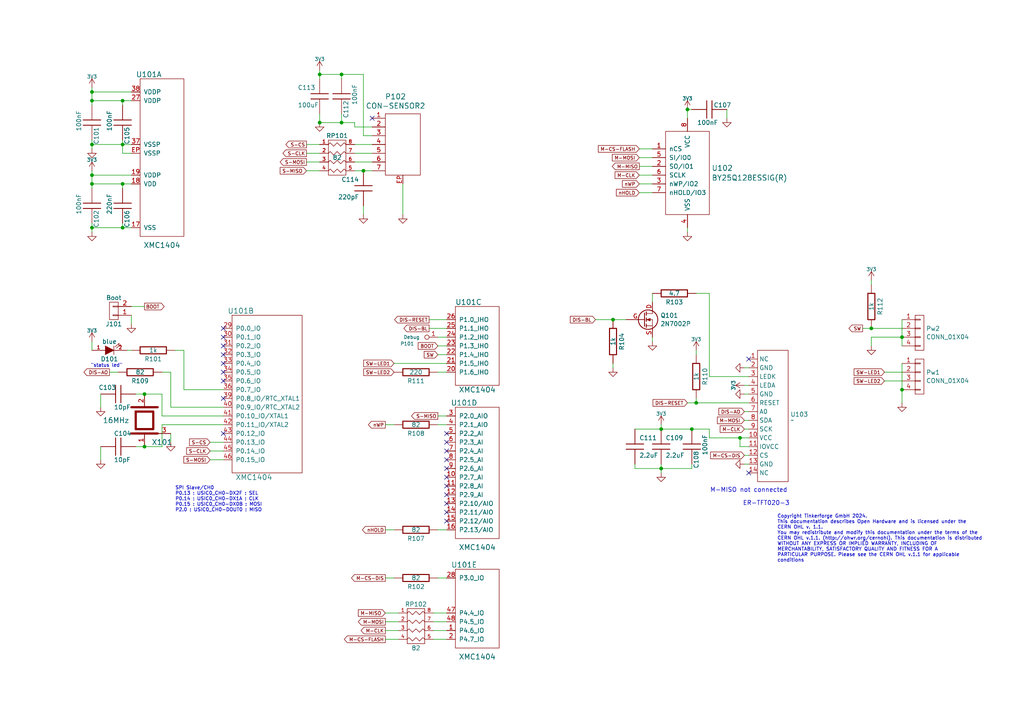
<source format=kicad_sch>
(kicad_sch (version 20231120) (generator "eeschema") (generator_version "8.0")
  (paper "A4")
  (title_block (title "WARP Front Panel") (date "2024-07-02") (rev "1.1") (company "Tinkerforge GmbH") (comment 1 "Licensed under CERN OHL v.1.1") (comment 2 "Copyright (©) 2024, B.Nordmeyer <bastian@tinkerforge.com>"))
  (lib_symbols
    (symbol "tf:CONN_01X04" (pin_names (offset 1.016) hide)
      (property "Reference" "P" (at 0 6.35 0))
      (property "Value" "CONN_01X04" (at 2.54 0 90))
      (symbol "CONN_01X04_0_1"
        (rectangle (start -1.27 -3.683) (end 0.254 -3.937))
        (rectangle (start -1.27 -1.143) (end 0.254 -1.397))
        (rectangle (start -1.27 1.397) (end 0.254 1.143))
        (rectangle (start -1.27 3.937) (end 0.254 3.683))
        (rectangle (start -1.27 5.08) (end 1.27 -5.08))
      )
      (symbol "CONN_01X04_1_1"
        (pin passive line (at -5.08 3.81 0) (length 3.81) (name "P1") (number "1"))
        (pin passive line (at -5.08 1.27 0) (length 3.81) (name "P2") (number "2"))
        (pin passive line (at -5.08 -1.27 0) (length 3.81) (name "P3") (number "3"))
        (pin passive line (at -5.08 -3.81 0) (length 3.81) (name "P4") (number "4"))
      )
    )
    (symbol "tinkerforge:3V3" (power) (pin_names (offset 0))
      (property "Value" "3V3" (at 0 3.556 0))
      (symbol "3V3_0_1"
        (polyline (pts (xy -0.762 1.27) (xy 0 2.54)))
        (polyline (pts (xy 0 0) (xy 0 2.54)))
        (polyline (pts (xy 0 2.54) (xy 0.762 1.27)))
      )
      (symbol "3V3_1_1"
        (pin power_in line (at 0 0 90) (length 0) hide (name "3V3") (number "1"))
      )
    )
    (symbol "tinkerforge:C" (pin_numbers hide) (pin_names (offset 0.254))
      (property "Reference" "C" (at 1.27 2.54 0))
      (property "Value" "C" (at 1.27 -2.54 0))
      (symbol "C_0_1"
        (polyline (pts (xy -2.54 -0.762) (xy 2.54 -0.762)) (stroke (width 0.254)))
        (polyline (pts (xy -2.54 0.762) (xy 2.54 0.762)) (stroke (width 0.254)))
      )
      (symbol "C_1_1"
        (pin passive line (at 0 5.08 270) (length 4.318) (name "~") (number "1"))
        (pin passive line (at 0 -5.08 90) (length 4.318) (name "~") (number "2"))
      )
    )
    (symbol "tinkerforge:CON-SENSOR2" (pin_names (offset 1.016))
      (property "Reference" "P" (at -3.81 10.16 0))
      (property "Value" "CON-SENSOR2" (at 3.81 0 90))
      (symbol "CON-SENSOR2_0_1"
        (rectangle (start -5.08 8.89) (end 5.08 -8.89))
      )
      (symbol "CON-SENSOR2_1_1"
        (pin passive line (at -8.89 7.62 0) (length 3.81) (name "~") (number "1"))
        (pin passive line (at -8.89 5.08 0) (length 3.81) (name "~") (number "2"))
        (pin passive line (at -8.89 2.54 0) (length 3.81) (name "~") (number "3"))
        (pin passive line (at -8.89 0 0) (length 3.81) (name "~") (number "4"))
        (pin passive line (at -8.89 -2.54 0) (length 3.81) (name "~") (number "5"))
        (pin passive line (at -8.89 -5.08 0) (length 3.81) (name "~") (number "6"))
        (pin passive line (at -8.89 -7.62 0) (length 3.81) (name "~") (number "7"))
        (pin passive line (at 0 -11.43 90) (length 2.54) (name "~") (number "EP"))
      )
    )
    (symbol "tinkerforge:CONN_01X02" (pin_names (offset 1.016) hide)
      (property "Reference" "P" (at 0 3.81 0))
      (property "Value" "CONN_01X02" (at 2.54 0 90))
      (symbol "CONN_01X02_0_1"
        (rectangle (start -1.27 -1.143) (end 0.254 -1.397))
        (rectangle (start -1.27 1.397) (end 0.254 1.143))
        (rectangle (start -1.27 2.54) (end 1.27 -2.54))
      )
      (symbol "CONN_01X02_1_1"
        (pin passive line (at -5.08 1.27 0) (length 3.81) (name "P1") (number "1"))
        (pin passive line (at -5.08 -1.27 0) (length 3.81) (name "P2") (number "2"))
      )
    )
    (symbol "tinkerforge:CONN_1" (pin_names (offset 1.016))
      (property "Reference" "P211" (at -0.3523 1.27 90))
      (property "Value" "TST_5VP" (at 1.6222 1.27 90))
      (symbol "CONN_1_0_1"
        (circle (center 0.635 0) (radius 0.635))
      )
      (symbol "CONN_1_1_1"
        (pin input line (at -2.54 0 0) (length 2.54) (name "~") (number "1"))
      )
    )
    (symbol "tinkerforge:CRYSTAL_3225" (pin_names (offset 1.016))
      (property "Reference" "X" (at -5.08 6.35 0))
      (property "Value" "CRYSTAL_3225" (at 6.35 -6.35 0))
      (symbol "CRYSTAL_3225_0_1"
        (rectangle (start -2.54 2.54) (end 2.54 -2.54) (stroke (width 0.635)))
      )
      (symbol "CRYSTAL_3225_1_1"
        (polyline (pts (xy -3.81 3.81) (xy -3.81 -3.81) (xy -3.81 -3.81)) (stroke (width 0.635)))
        (polyline (pts (xy 3.81 3.81) (xy 3.81 -3.81) (xy 3.81 -3.81)) (stroke (width 0.635)))
        (pin passive line (at -7.62 0 0) (length 3.81) (name "~") (number "1"))
        (pin passive line (at 7.62 0 180) (length 3.81) (name "~") (number "2"))
        (pin passive line (at -3.81 -7.62 90) (length 3.81) (name "~") (number "3"))
      )
    )
    (symbol "tinkerforge:ER-TFT020"
      (property "Reference" "U" (at -9.906 20.828 0))
      (symbol "ER-TFT020_0_1"
        (rectangle (start -11.43 19.05) (end -2.54 -19.05))
      )
      (symbol "ER-TFT020_1_1"
        (pin passive line (at 0 16.51 180) (length 2.54) (name "NC") (number "1"))
        (pin passive line (at 0 -6.35 180) (length 2.54) (name "VCC") (number "10"))
        (pin passive line (at 0 -8.89 180) (length 2.54) (name "IOVCC") (number "11"))
        (pin passive line (at 0 -11.43 180) (length 2.54) (name "CS") (number "12"))
        (pin passive line (at 0 -13.97 180) (length 2.54) (name "GND") (number "13"))
        (pin passive line (at 0 -16.51 180) (length 2.54) (name "NC") (number "14"))
        (pin passive line (at 0 13.97 180) (length 2.54) (name "GND") (number "2"))
        (pin passive line (at 0 11.43 180) (length 2.54) (name "LEDK") (number "3"))
        (pin passive line (at 0 8.89 180) (length 2.54) (name "LEDA") (number "4"))
        (pin passive line (at 0 6.35 180) (length 2.54) (name "GND") (number "5"))
        (pin passive line (at 0 3.81 180) (length 2.54) (name "RESET") (number "6"))
        (pin passive line (at 0 1.27 180) (length 2.54) (name "A0") (number "7"))
        (pin passive line (at 0 -1.27 180) (length 2.54) (name "SDA") (number "8"))
        (pin passive line (at 0 -3.81 180) (length 2.54) (name "SCK") (number "9"))
      )
    )
    (symbol "tinkerforge:GND" (power) (pin_names (offset 0))
      (property "Value" "GND" (at 0 -5.08 0))
      (symbol "GND_0_1"
        (polyline (pts (xy 0 0) (xy 0 -1.27) (xy 1.27 -1.27) (xy 0 -2.54) (xy -1.27 -1.27) (xy 0 -1.27)))
      )
      (symbol "GND_1_1"
        (pin power_in line (at 0 0 270) (length 0) hide (name "GND") (number "1"))
      )
    )
    (symbol "tinkerforge:LED" (pin_names (offset 1.016) hide)
      (property "Reference" "D" (at 0 2.54 0))
      (property "Value" "LED" (at 0 -2.54 0))
      (symbol "LED_0_1"
        (polyline (pts (xy 1.27 1.27) (xy 1.27 -1.27)))
        (polyline (pts (xy -1.27 1.27) (xy 1.27 0) (xy -1.27 -1.27)) (fill (type outline)))
        (polyline (pts (xy 1.651 -1.016) (xy 2.794 -2.032) (xy 2.667 -1.397)))
        (polyline (pts (xy 2.032 -0.635) (xy 3.175 -1.651) (xy 3.048 -1.016)))
      )
      (symbol "LED_1_1"
        (pin passive line (at -5.08 0 0) (length 3.81) (name "A") (number "1"))
        (pin passive line (at 5.08 0 180) (length 3.81) (name "K") (number "2"))
      )
    )
    (symbol "tinkerforge:MOSFET_N_CH" (pin_names (offset 0) hide)
      (property "Reference" "Q" (at 7.62 1.27 0))
      (property "Value" "MOSFET_N_CH" (at 17.78 -1.27 0))
      (symbol "MOSFET_N_CH_0_1"
        (polyline (pts (xy 0.762 -1.778) (xy 2.54 -1.778)))
        (polyline (pts (xy 0.762 -1.27) (xy 0.762 -2.286)) (stroke (width 0.254)))
        (polyline (pts (xy 0.762 0) (xy 2.54 0)))
        (polyline (pts (xy 0.762 0.508) (xy 0.762 -0.508)) (stroke (width 0.254)))
        (polyline (pts (xy 0.762 1.778) (xy 2.54 1.778)))
        (polyline (pts (xy 0.762 2.286) (xy 0.762 1.27)) (stroke (width 0.254)))
        (polyline (pts (xy 2.54 -1.778) (xy 2.54 -2.54)))
        (polyline (pts (xy 2.54 -1.778) (xy 2.54 0)))
        (polyline (pts (xy 2.54 2.54) (xy 2.54 1.778)))
        (polyline (pts (xy 0.254 1.905) (xy 0.254 -1.905) (xy 0.254 -1.905)) (stroke (width 0.254)))
        (polyline (pts (xy 0.889 0) (xy 1.905 0.381) (xy 1.905 -0.381) (xy 0.889 0)) (fill (type outline)))
        (circle (center 1.27 0) (radius 2.8194) (stroke (width 0.254)))
      )
      (symbol "MOSFET_N_CH_1_1"
        (pin passive line (at 2.54 5.08 270) (length 2.54) (name "D") (number "D"))
        (pin input line (at -5.08 0 0) (length 5.334) (name "G") (number "G"))
        (pin passive line (at 2.54 -5.08 90) (length 2.54) (name "S") (number "S"))
      )
    )
    (symbol "tinkerforge:R" (pin_numbers hide) (pin_names (offset 0))
      (property "Reference" "R" (at 2.032 0 90))
      (property "Value" "R" (at 0 0 90))
      (symbol "R_0_1"
        (rectangle (start -1.016 3.81) (end 1.016 -3.81) (stroke (width 0.3048)))
      )
      (symbol "R_1_1"
        (pin passive line (at 0 6.35 270) (length 2.54) (name "~") (number "1"))
        (pin passive line (at 0 -6.35 90) (length 2.54) (name "~") (number "2"))
      )
    )
    (symbol "tinkerforge:R_PACK4" (pin_names hide)
      (property "Reference" "RP" (at 0 11.43 0))
      (property "Value" "R_PACK4" (at 0 -1.27 0))
      (symbol "R_PACK4_0_1"
        (polyline (pts (xy -2.54 10.16) (xy -2.54 0) (xy 2.54 0) (xy 2.54 10.16) (xy -2.54 10.16)))
        (polyline (pts (xy -2.54 1.27) (xy -2.032 1.778) (xy -1.016 0.762) (xy 0 1.778) (xy 1.016 0.762) (xy 2.032 1.778) (xy 2.54 1.27)))
        (polyline (pts (xy -2.54 3.81) (xy -2.032 4.318) (xy -1.016 3.302) (xy 0 4.318) (xy 1.016 3.302) (xy 2.032 4.318) (xy 2.54 3.81)))
        (polyline (pts (xy -2.54 6.35) (xy -2.032 6.858) (xy -1.016 5.842) (xy 0 6.858) (xy 1.016 5.842) (xy 2.032 6.858) (xy 2.54 6.35)))
        (polyline (pts (xy -2.54 8.89) (xy -2.032 9.398) (xy -1.016 8.382) (xy 0 9.398) (xy 1.016 8.382) (xy 2.032 9.398) (xy 2.54 8.89)))
      )
      (symbol "R_PACK4_1_1"
        (pin passive line (at -5.08 8.89 0) (length 2.54) (name "P1") (number "1"))
        (pin passive line (at -5.08 6.35 0) (length 2.54) (name "P2") (number "2"))
        (pin passive line (at -5.08 3.81 0) (length 2.54) (name "P3") (number "3"))
        (pin passive line (at -5.08 1.27 0) (length 2.54) (name "P4") (number "4"))
        (pin passive line (at 5.08 1.27 180) (length 2.54) (name "R4") (number "5"))
        (pin passive line (at 5.08 3.81 180) (length 2.54) (name "R3") (number "6"))
        (pin passive line (at 5.08 6.35 180) (length 2.54) (name "R2") (number "7"))
        (pin passive line (at 5.08 8.89 180) (length 2.54) (name "R1") (number "8"))
      )
    )
    (symbol "tinkerforge:S25FLXXX" (pin_names (offset 1.016))
      (property "Reference" "U" (at 3.81 12.7 0))
      (property "Value" "S25FLXXX" (at 6.35 -13.97 0))
      (symbol "S25FLXXX_0_1"
        (rectangle (start -6.35 11.43) (end 6.35 -12.7))
      )
      (symbol "S25FLXXX_1_1"
        (pin passive line (at -10.16 6.35 0) (length 3.81) (name "nCS") (number "1"))
        (pin passive line (at -10.16 1.27 0) (length 3.81) (name "SO/IO1") (number "2"))
        (pin passive line (at -10.16 -3.81 0) (length 3.81) (name "nWP/IO2") (number "3"))
        (pin passive line (at 0 -16.51 90) (length 3.81) (name "VSS") (number "4"))
        (pin passive line (at -10.16 3.81 0) (length 3.81) (name "SI/IO0") (number "5"))
        (pin passive line (at -10.16 -1.27 0) (length 3.81) (name "SCLK") (number "6"))
        (pin passive line (at -10.16 -6.35 0) (length 3.81) (name "nHOLD/IO3") (number "7"))
        (pin passive line (at 0 15.24 270) (length 3.81) (name "VCC") (number "8"))
      )
    )
    (symbol "tinkerforge:XMC1XXX48" (pin_names (offset 1.016))
      (property "Reference" "U" (at -3.81 24.13 0))
      (property "Value" "XMC1XXX48" (at 0 -25.4 0))
      (symbol "XMC1XXX48_1_1"
        (rectangle (start -6.35 22.86) (end 6.35 -22.86))
        (pin passive line (at -8.89 -20.32 0) (length 2.54) (name "VSS") (number "17"))
        (pin passive line (at -8.89 -7.62 0) (length 2.54) (name "VDD") (number "18"))
        (pin passive line (at -8.89 -5.08 0) (length 2.54) (name "VDDP") (number "19"))
        (pin passive line (at -8.89 16.51 0) (length 2.54) (name "VDDP") (number "27"))
        (pin passive line (at -8.89 3.81 0) (length 2.54) (name "VSSP") (number "37"))
        (pin passive line (at -8.89 19.05 0) (length 2.54) (name "VDDP") (number "38"))
        (pin passive line (at -8.89 1.27 0) (length 2.54) (name "VSSP") (number "EP"))
      )
      (symbol "XMC1XXX48_2_1"
        (rectangle (start -6.35 22.86) (end 13.97 -22.86))
        (pin passive line (at -8.89 19.05 0) (length 2.54) (name "P0.0_IO") (number "29"))
        (pin passive line (at -8.89 16.51 0) (length 2.54) (name "P0.1_IO") (number "30"))
        (pin passive line (at -8.89 13.97 0) (length 2.54) (name "P0.2_IO") (number "31"))
        (pin passive line (at -8.89 11.43 0) (length 2.54) (name "P0.3_IO") (number "32"))
        (pin passive line (at -8.89 8.89 0) (length 2.54) (name "P0.4_IO") (number "33"))
        (pin passive line (at -8.89 6.35 0) (length 2.54) (name "P0.5_IO") (number "34"))
        (pin passive line (at -8.89 3.81 0) (length 2.54) (name "P0.6_IO") (number "35"))
        (pin passive line (at -8.89 1.27 0) (length 2.54) (name "P0.7_IO") (number "36"))
        (pin passive line (at -8.89 -1.27 0) (length 2.54) (name "P0.8_IO/RTC_XTAL1") (number "39"))
        (pin passive line (at -8.89 -3.81 0) (length 2.54) (name "P0.9_IO/RTC_XTAL2") (number "40"))
        (pin passive line (at -8.89 -6.35 0) (length 2.54) (name "P0.10_IO/XTAL1") (number "41"))
        (pin passive line (at -8.89 -8.89 0) (length 2.54) (name "P0.11_IO/XTAL2") (number "42"))
        (pin passive line (at -8.89 -11.43 0) (length 2.54) (name "P0.12_IO") (number "43"))
        (pin passive line (at -8.89 -13.97 0) (length 2.54) (name "P0.13_IO") (number "44"))
        (pin passive line (at -8.89 -16.51 0) (length 2.54) (name "P0.14_IO") (number "45"))
        (pin passive line (at -8.89 -19.05 0) (length 2.54) (name "P0.15_IO") (number "46"))
      )
      (symbol "XMC1XXX48_3_1"
        (rectangle (start -6.35 11.43) (end 6.35 -11.43))
        (pin passive line (at -8.89 -7.62 0) (length 2.54) (name "P1.6_IHO") (number "20"))
        (pin passive line (at -8.89 -5.08 0) (length 2.54) (name "P1.5_IHO") (number "21"))
        (pin passive line (at -8.89 -2.54 0) (length 2.54) (name "P1.4_IHO") (number "22"))
        (pin passive line (at -8.89 0 0) (length 2.54) (name "P1.3_IHO") (number "23"))
        (pin passive line (at -8.89 2.54 0) (length 2.54) (name "P1.2_IHO") (number "24"))
        (pin passive line (at -8.89 5.08 0) (length 2.54) (name "P1.1_IHO") (number "25"))
        (pin passive line (at -8.89 7.62 0) (length 2.54) (name "P1.0_IHO") (number "26"))
      )
      (symbol "XMC1XXX48_4_1"
        (rectangle (start -6.35 15.24) (end 6.35 -22.86))
        (pin passive line (at -8.89 -5.08 0) (length 2.54) (name "P2.7_AI") (number "10"))
        (pin passive line (at -8.89 -7.62 0) (length 2.54) (name "P2.8_AI") (number "11"))
        (pin passive line (at -8.89 -10.16 0) (length 2.54) (name "P2.9_AI") (number "12"))
        (pin passive line (at -8.89 -12.7 0) (length 2.54) (name "P2.10/AIO") (number "13"))
        (pin passive line (at -8.89 -15.24 0) (length 2.54) (name "P2.11/AIO") (number "14"))
        (pin passive line (at -8.89 -17.78 0) (length 2.54) (name "P2.12/AIO") (number "15"))
        (pin passive line (at -8.89 -20.32 0) (length 2.54) (name "P2.13/AIO") (number "16"))
        (pin passive line (at -8.89 12.7 0) (length 2.54) (name "P2.0_AIO") (number "3"))
        (pin passive line (at -8.89 10.16 0) (length 2.54) (name "P2.1_AIO") (number "4"))
        (pin passive line (at -8.89 7.62 0) (length 2.54) (name "P2.2_AI") (number "5"))
        (pin passive line (at -8.89 5.08 0) (length 2.54) (name "P2.3_AI") (number "6"))
        (pin passive line (at -8.89 2.54 0) (length 2.54) (name "P2.4_AI") (number "7"))
        (pin passive line (at -8.89 0 0) (length 2.54) (name "P2.5_AI") (number "8"))
        (pin passive line (at -8.89 -2.54 0) (length 2.54) (name "P2.6_AI") (number "9"))
      )
      (symbol "XMC1XXX48_5_1"
        (rectangle (start -6.35 10.16) (end 6.35 -12.7))
        (pin passive line (at -8.89 -7.62 0) (length 2.54) (name "P4.6_IO") (number "1"))
        (pin passive line (at -8.89 -10.16 0) (length 2.54) (name "P4.7_IO") (number "2"))
        (pin passive line (at -8.89 7.62 0) (length 2.54) (name "P3.0_IO") (number "28"))
        (pin passive line (at -8.89 -2.54 0) (length 2.54) (name "P4.4_IO") (number "47"))
        (pin passive line (at -8.89 -5.08 0) (length 2.54) (name "P4.5_IO") (number "48"))
      )
    )
  )
  (junction (at 35.56 66.04))
  (junction (at 41.91 114.3))
  (junction (at 214.63 127))
  (junction (at 177.8 92.71))
  (junction (at 35.56 29.21))
  (junction (at 26.67 50.8))
  (junction (at 26.67 66.04))
  (junction (at 26.67 26.67))
  (junction (at 26.67 41.91))
  (junction (at 41.91 129.54))
  (junction (at 200.66 124.46))
  (junction (at 105.41 49.53))
  (junction (at 191.77 124.46))
  (junction (at 35.56 53.34))
  (junction (at 199.39 31.75))
  (junction (at 92.71 21.59))
  (junction (at 261.62 97.79))
  (junction (at 99.06 35.56))
  (junction (at 201.93 116.84))
  (junction (at 26.67 29.21))
  (junction (at 92.71 35.56))
  (junction (at 252.73 95.25))
  (junction (at 261.62 113.03))
  (junction (at 26.67 53.34))
  (junction (at 35.56 41.91))
  (junction (at 99.06 21.59))
  (junction (at 191.77 135.89))
  (no_connect (at 129.54 135.89))
  (no_connect (at 64.77 115.57))
  (no_connect (at 64.77 105.41))
  (no_connect (at 129.54 133.35))
  (no_connect (at 217.17 137.16))
  (no_connect (at 129.54 143.51))
  (no_connect (at 129.54 140.97))
  (no_connect (at 129.54 151.13))
  (no_connect (at 129.54 148.59))
  (no_connect (at 107.95 34.29))
  (no_connect (at 64.77 107.95))
  (no_connect (at 217.17 104.14))
  (no_connect (at 64.77 97.79))
  (no_connect (at 64.77 125.73))
  (no_connect (at 129.54 138.43))
  (no_connect (at 129.54 128.27))
  (no_connect (at 64.77 102.87))
  (no_connect (at 129.54 146.05))
  (no_connect (at 64.77 110.49))
  (no_connect (at 64.77 100.33))
  (no_connect (at 64.77 95.25))
  (no_connect (at 129.54 130.81))
  (no_connect (at 129.54 125.73))
  (wire (pts (xy 124.46 92.71) (xy 129.54 92.71)))
  (wire (pts (xy 127 167.64) (xy 129.54 167.64)))
  (wire (pts (xy 39.37 114.3) (xy 41.91 114.3)))
  (wire (pts (xy 105.41 39.37) (xy 107.95 39.37)))
  (wire (pts (xy 105.41 21.59) (xy 105.41 39.37)))
  (wire (pts (xy 35.56 29.21) (xy 35.56 30.48)))
  (wire (pts (xy 115.57 185.42) (xy 111.76 185.42)))
  (wire (pts (xy 41.91 114.3) (xy 46.99 114.3)))
  (wire (pts (xy 127 153.67) (xy 129.54 153.67)))
  (wire (pts (xy 217.17 129.54) (xy 214.63 129.54)))
  (wire (pts (xy 38.1 41.91) (xy 35.56 41.91)))
  (wire (pts (xy 39.37 129.54) (xy 41.91 129.54)))
  (wire (pts (xy 250.19 95.25) (xy 252.73 95.25)))
  (wire (pts (xy 102.87 44.45) (xy 107.95 44.45)))
  (wire (pts (xy 205.74 127) (xy 205.74 124.46)))
  (wire (pts (xy 99.06 21.59) (xy 99.06 22.86)))
  (wire (pts (xy 29.21 133.35) (xy 29.21 129.54)))
  (wire (pts (xy 41.91 129.54) (xy 46.99 129.54)))
  (wire (pts (xy 191.77 135.89) (xy 184.15 135.89)))
  (wire (pts (xy 199.39 66.04) (xy 199.39 67.31)))
  (wire (pts (xy 35.56 29.21) (xy 38.1 29.21)))
  (wire (pts (xy 205.74 109.22) (xy 205.74 85.09)))
  (wire (pts (xy 191.77 135.89) (xy 200.66 135.89)))
  (wire (pts (xy 38.1 26.67) (xy 26.67 26.67)))
  (wire (pts (xy 111.76 167.64) (xy 114.3 167.64)))
  (wire (pts (xy 189.23 43.18) (xy 185.42 43.18)))
  (wire (pts (xy 111.76 182.88) (xy 115.57 182.88)))
  (wire (pts (xy 125.73 177.8) (xy 129.54 177.8)))
  (wire (pts (xy 189.23 97.79) (xy 189.23 99.06)))
  (wire (pts (xy 256.54 107.95) (xy 261.62 107.95)))
  (wire (pts (xy 46.99 129.54) (xy 46.99 123.19)))
  (wire (pts (xy 129.54 120.65) (xy 127 120.65)))
  (wire (pts (xy 256.54 110.49) (xy 261.62 110.49)))
  (wire (pts (xy 35.56 66.04) (xy 38.1 66.04)))
  (wire (pts (xy 261.62 113.03) (xy 261.62 116.84)))
  (wire (pts (xy 201.93 116.84) (xy 217.17 116.84)))
  (wire (pts (xy 92.71 35.56) (xy 99.06 35.56)))
  (wire (pts (xy 105.41 59.69) (xy 105.41 62.23)))
  (wire (pts (xy 114.3 105.41) (xy 129.54 105.41)))
  (wire (pts (xy 92.71 20.32) (xy 92.71 21.59)))
  (wire (pts (xy 64.77 128.27) (xy 60.96 128.27)))
  (wire (pts (xy 127 102.87) (xy 129.54 102.87)))
  (wire (pts (xy 210.82 31.75) (xy 210.82 34.29)))
  (wire (pts (xy 38.1 50.8) (xy 26.67 50.8)))
  (wire (pts (xy 124.46 95.25) (xy 129.54 95.25)))
  (wire (pts (xy 46.99 120.65) (xy 64.77 120.65)))
  (wire (pts (xy 92.71 21.59) (xy 99.06 21.59)))
  (wire (pts (xy 191.77 124.46) (xy 200.66 124.46)))
  (wire (pts (xy 125.73 182.88) (xy 129.54 182.88)))
  (wire (pts (xy 201.93 115.57) (xy 201.93 116.84)))
  (wire (pts (xy 35.56 41.91) (xy 26.67 41.91)))
  (wire (pts (xy 252.73 95.25) (xy 261.62 95.25)))
  (wire (pts (xy 31.75 107.95) (xy 34.29 107.95)))
  (wire (pts (xy 46.99 123.19) (xy 64.77 123.19)))
  (wire (pts (xy 215.9 106.68) (xy 217.17 106.68)))
  (wire (pts (xy 199.39 31.75) (xy 200.66 31.75)))
  (wire (pts (xy 107.95 36.83) (xy 102.87 36.83)))
  (wire (pts (xy 191.77 123.19) (xy 191.77 124.46)))
  (wire (pts (xy 26.67 26.67) (xy 26.67 29.21)))
  (wire (pts (xy 111.76 177.8) (xy 115.57 177.8)))
  (wire (pts (xy 92.71 21.59) (xy 92.71 22.86)))
  (wire (pts (xy 205.74 124.46) (xy 200.66 124.46)))
  (wire (pts (xy 35.56 44.45) (xy 38.1 44.45)))
  (wire (pts (xy 26.67 64.77) (xy 26.67 66.04)))
  (wire (pts (xy 26.67 29.21) (xy 26.67 30.48)))
  (wire (pts (xy 261.62 92.71) (xy 261.62 97.79)))
  (wire (pts (xy 184.15 135.89) (xy 184.15 134.62)))
  (wire (pts (xy 185.42 55.88) (xy 189.23 55.88)))
  (wire (pts (xy 26.67 66.04) (xy 26.67 67.31)))
  (wire (pts (xy 26.67 53.34) (xy 35.56 53.34)))
  (wire (pts (xy 36.83 101.6) (xy 38.1 101.6)))
  (wire (pts (xy 215.9 124.46) (xy 217.17 124.46)))
  (wire (pts (xy 35.56 66.04) (xy 35.56 64.77)))
  (wire (pts (xy 26.67 25.4) (xy 26.67 26.67)))
  (wire (pts (xy 217.17 109.22) (xy 205.74 109.22)))
  (wire (pts (xy 177.8 92.71) (xy 181.61 92.71)))
  (wire (pts (xy 26.67 50.8) (xy 26.67 53.34)))
  (wire (pts (xy 99.06 35.56) (xy 102.87 35.56)))
  (wire (pts (xy 49.53 107.95) (xy 46.99 107.95)))
  (wire (pts (xy 49.53 128.27) (xy 49.53 125.73)))
  (wire (pts (xy 53.34 101.6) (xy 53.34 113.03)))
  (wire (pts (xy 214.63 129.54) (xy 214.63 127)))
  (wire (pts (xy 215.9 134.62) (xy 217.17 134.62)))
  (wire (pts (xy 116.84 53.34) (xy 116.84 62.23)))
  (wire (pts (xy 191.77 135.89) (xy 191.77 137.16)))
  (wire (pts (xy 26.67 41.91) (xy 26.67 43.18)))
  (wire (pts (xy 215.9 132.08) (xy 217.17 132.08)))
  (wire (pts (xy 215.9 111.76) (xy 217.17 111.76)))
  (wire (pts (xy 127 100.33) (xy 129.54 100.33)))
  (wire (pts (xy 125.73 180.34) (xy 129.54 180.34)))
  (wire (pts (xy 88.9 41.91) (xy 92.71 41.91)))
  (wire (pts (xy 215.9 114.3) (xy 217.17 114.3)))
  (wire (pts (xy 35.56 40.64) (xy 35.56 41.91)))
  (wire (pts (xy 177.8 105.41) (xy 177.8 106.68)))
  (wire (pts (xy 49.53 118.11) (xy 49.53 107.95)))
  (wire (pts (xy 172.72 92.71) (xy 177.8 92.71)))
  (wire (pts (xy 185.42 48.26) (xy 189.23 48.26)))
  (wire (pts (xy 185.42 50.8) (xy 189.23 50.8)))
  (wire (pts (xy 26.67 99.06) (xy 26.67 101.6)))
  (wire (pts (xy 185.42 53.34) (xy 189.23 53.34)))
  (wire (pts (xy 261.62 97.79) (xy 261.62 100.33)))
  (wire (pts (xy 107.95 49.53) (xy 105.41 49.53)))
  (wire (pts (xy 92.71 33.02) (xy 92.71 35.56)))
  (wire (pts (xy 46.99 114.3) (xy 46.99 120.65)))
  (wire (pts (xy 99.06 21.59) (xy 105.41 21.59)))
  (wire (pts (xy 252.73 81.28) (xy 252.73 82.55)))
  (wire (pts (xy 111.76 123.19) (xy 114.3 123.19)))
  (wire (pts (xy 127 123.19) (xy 129.54 123.19)))
  (wire (pts (xy 53.34 101.6) (xy 50.8 101.6)))
  (wire (pts (xy 92.71 44.45) (xy 88.9 44.45)))
  (wire (pts (xy 29.21 118.11) (xy 29.21 114.3)))
  (wire (pts (xy 26.67 40.64) (xy 26.67 41.91)))
  (wire (pts (xy 215.9 121.92) (xy 217.17 121.92)))
  (wire (pts (xy 99.06 33.02) (xy 99.06 35.56)))
  (wire (pts (xy 200.66 135.89) (xy 200.66 134.62)))
  (wire (pts (xy 205.74 85.09) (xy 201.93 85.09)))
  (wire (pts (xy 35.56 53.34) (xy 35.56 54.61)))
  (wire (pts (xy 38.1 93.98) (xy 38.1 91.44)))
  (wire (pts (xy 26.67 29.21) (xy 35.56 29.21)))
  (wire (pts (xy 191.77 134.62) (xy 191.77 135.89)))
  (wire (pts (xy 261.62 105.41) (xy 261.62 113.03)))
  (wire (pts (xy 189.23 45.72) (xy 185.42 45.72)))
  (wire (pts (xy 127 107.95) (xy 129.54 107.95)))
  (wire (pts (xy 92.71 49.53) (xy 88.9 49.53)))
  (wire (pts (xy 35.56 53.34) (xy 38.1 53.34)))
  (wire (pts (xy 201.93 101.6) (xy 201.93 102.87)))
  (wire (pts (xy 107.95 41.91) (xy 102.87 41.91)))
  (wire (pts (xy 102.87 49.53) (xy 105.41 49.53)))
  (wire (pts (xy 199.39 31.75) (xy 199.39 34.29)))
  (wire (pts (xy 64.77 118.11) (xy 49.53 118.11)))
  (wire (pts (xy 127 97.79) (xy 129.54 97.79)))
  (wire (pts (xy 125.73 185.42) (xy 129.54 185.42)))
  (wire (pts (xy 64.77 133.35) (xy 60.96 133.35)))
  (wire (pts (xy 261.62 97.79) (xy 252.73 97.79)))
  (wire (pts (xy 64.77 130.81) (xy 60.96 130.81)))
  (wire (pts (xy 189.23 85.09) (xy 189.23 87.63)))
  (wire (pts (xy 107.95 46.99) (xy 102.87 46.99)))
  (wire (pts (xy 184.15 124.46) (xy 191.77 124.46)))
  (wire (pts (xy 215.9 119.38) (xy 217.17 119.38)))
  (wire (pts (xy 88.9 46.99) (xy 92.71 46.99)))
  (wire (pts (xy 41.91 88.9) (xy 38.1 88.9)))
  (wire (pts (xy 214.63 127) (xy 205.74 127)))
  (wire (pts (xy 115.57 180.34) (xy 111.76 180.34)))
  (wire (pts (xy 35.56 41.91) (xy 35.56 44.45)))
  (wire (pts (xy 217.17 127) (xy 214.63 127)))
  (wire (pts (xy 199.39 116.84) (xy 201.93 116.84)))
  (wire (pts (xy 102.87 36.83) (xy 102.87 35.56)))
  (wire (pts (xy 252.73 97.79) (xy 252.73 100.33)))
  (wire (pts (xy 26.67 49.53) (xy 26.67 50.8)))
  (wire (pts (xy 26.67 66.04) (xy 35.56 66.04)))
  (wire (pts (xy 26.67 53.34) (xy 26.67 54.61)))
  (wire (pts (xy 111.76 153.67) (xy 114.3 153.67)))
  (wire (pts (xy 64.77 113.03) (xy 53.34 113.03)))
  (text "\"status led\"" (at 35.56 106.68 0) (effects (font (size 0.9906 0.9906)) (justify right bottom)))
  (text "SPI Slave/CH0\nP0.13 : USIC0_CH0-DX2F : SEL\nP0.14 : USIC0_CH0-DX1A : CLK\nP0.15 : USIC0_CH0-DX0B : MOSI\nP2.0 : USIC0_CH0-DOUT0 : MISO" (at 50.8 148.59 0) (effects (font (size 0.9906 0.9906)) (justify left bottom)))
  (text "M-MISO not connected" (at 217.17 142.24 0) (effects (font (size 1.27 1.27))))
  (text "Copyright Tinkerforge GmbH 2024.\nThis documentation describes Open Hardware and is licensed under the\nCERN OHL v. 1.1.\nYou may redistribute and modify this documentation under the terms of the\nCERN OHL v.1.1. (http://ohwr.org/cernohl). This documentation is distributed\nWITHOUT ANY EXPRESS OR IMPLIED WARRANTY, INCLUDING OF\nMERCHANTABILITY, SATISFACTORY QUALITY AND FITNESS FOR A\nPARTICULAR PURPOSE. Please see the CERN OHL v.1.1 for applicable\nconditions" (at 225.425 163.195 0) (effects (font (size 0.9906 0.9906)) (justify left bottom)))
  (text "ER-TFT020-3" (at 222.25 146.05 0) (effects (font (size 1.27 1.27))))
  (global_label "S-MISO" (shape input) (at 88.9 49.53 180) (effects (font (size 0.9906 0.9906))) (property "Intersheetrefs" "${INTERSHEET_REFS}" (effects (hide yes))))
  (global_label "S-MISO" (shape output) (at 127 120.65 180) (effects (font (size 0.9906 0.9906))) (property "Intersheetrefs" "${INTERSHEET_REFS}" (effects (hide yes))))
  (global_label "DIS-AO" (shape output) (at 31.75 107.95 180) (effects (font (size 0.9906 0.9906))) (property "Intersheetrefs" "${INTERSHEET_REFS}" (effects (hide yes))))
  (global_label "M-CLK" (shape input) (at 185.42 50.8 180) (effects (font (size 0.9906 0.9906))) (property "Intersheetrefs" "${INTERSHEET_REFS}" (effects (hide yes))))
  (global_label "SW" (shape output) (at 250.19 95.25 180) (effects (font (size 0.9906 0.9906))) (property "Intersheetrefs" "${INTERSHEET_REFS}" (effects (hide yes))))
  (global_label "S-CS" (shape output) (at 88.9 41.91 180) (effects (font (size 0.9906 0.9906))) (property "Intersheetrefs" "${INTERSHEET_REFS}" (effects (hide yes))))
  (global_label "M-MOSI" (shape input) (at 185.42 45.72 180) (effects (font (size 0.9906 0.9906))) (property "Intersheetrefs" "${INTERSHEET_REFS}" (effects (hide yes))))
  (global_label "SW-LED2" (shape input) (at 256.54 110.49 180) (effects (font (size 0.9906 0.9906))) (property "Intersheetrefs" "${INTERSHEET_REFS}" (effects (hide yes))))
  (global_label "DIS-AO" (shape input) (at 215.9 119.38 180) (effects (font (size 0.9906 0.9906))) (property "Intersheetrefs" "${INTERSHEET_REFS}" (effects (hide yes))))
  (global_label "S-CLK" (shape input) (at 60.96 130.81 180) (effects (font (size 0.9906 0.9906))) (property "Intersheetrefs" "${INTERSHEET_REFS}" (effects (hide yes))))
  (global_label "DIS-RESET" (shape output) (at 124.46 92.71 180) (effects (font (size 0.9906 0.9906))) (property "Intersheetrefs" "${INTERSHEET_REFS}" (effects (hide yes))))
  (global_label "SW" (shape input) (at 127 102.87 180) (effects (font (size 0.9906 0.9906))) (property "Intersheetrefs" "${INTERSHEET_REFS}" (effects (hide yes))))
  (global_label "BOOT" (shape input) (at 127 100.33 180) (effects (font (size 0.9906 0.9906))) (property "Intersheetrefs" "${INTERSHEET_REFS}" (effects (hide yes))))
  (global_label "SW-LED1" (shape input) (at 256.54 107.95 180) (effects (font (size 0.9906 0.9906))) (property "Intersheetrefs" "${INTERSHEET_REFS}" (effects (hide yes))))
  (global_label "M-MISO" (shape input) (at 111.76 177.8 180) (effects (font (size 0.9906 0.9906))) (property "Intersheetrefs" "${INTERSHEET_REFS}" (effects (hide yes))))
  (global_label "BOOT" (shape output) (at 41.91 88.9 0) (effects (font (size 0.9906 0.9906))) (property "Intersheetrefs" "${INTERSHEET_REFS}" (effects (hide yes))))
  (global_label "nHOLD" (shape input) (at 185.42 55.88 180) (effects (font (size 0.9906 0.9906))) (property "Intersheetrefs" "${INTERSHEET_REFS}" (effects (hide yes))))
  (global_label "DIS-BL" (shape output) (at 124.46 95.25 180) (effects (font (size 0.9906 0.9906))) (property "Intersheetrefs" "${INTERSHEET_REFS}" (effects (hide yes))))
  (global_label "M-CS-FLASH" (shape input) (at 185.42 43.18 180) (effects (font (size 0.9906 0.9906))) (property "Intersheetrefs" "${INTERSHEET_REFS}" (effects (hide yes))))
  (global_label "S-MOSI" (shape output) (at 88.9 46.99 180) (effects (font (size 0.9906 0.9906))) (property "Intersheetrefs" "${INTERSHEET_REFS}" (effects (hide yes))))
  (global_label "M-MOSI" (shape input) (at 215.9 121.92 180) (effects (font (size 0.9906 0.9906))) (property "Intersheetrefs" "${INTERSHEET_REFS}" (effects (hide yes))))
  (global_label "M-CS-FLASH" (shape output) (at 111.76 185.42 180) (effects (font (size 0.9906 0.9906))) (property "Intersheetrefs" "${INTERSHEET_REFS}" (effects (hide yes))))
  (global_label "DIS-RESET" (shape input) (at 199.39 116.84 180) (effects (font (size 0.9906 0.9906))) (property "Intersheetrefs" "${INTERSHEET_REFS}" (effects (hide yes))))
  (global_label "nHOLD" (shape output) (at 111.76 153.67 180) (effects (font (size 0.9906 0.9906))) (property "Intersheetrefs" "${INTERSHEET_REFS}" (effects (hide yes))))
  (global_label "M-CLK" (shape output) (at 111.76 182.88 180) (effects (font (size 0.9906 0.9906))) (property "Intersheetrefs" "${INTERSHEET_REFS}" (effects (hide yes))))
  (global_label "SW-LED2" (shape input) (at 114.3 107.95 180) (effects (font (size 0.9906 0.9906))) (property "Intersheetrefs" "${INTERSHEET_REFS}" (effects (hide yes))))
  (global_label "S-CLK" (shape output) (at 88.9 44.45 180) (effects (font (size 0.9906 0.9906))) (property "Intersheetrefs" "${INTERSHEET_REFS}" (effects (hide yes))))
  (global_label "M-CLK" (shape input) (at 215.9 124.46 180) (effects (font (size 0.9906 0.9906))) (property "Intersheetrefs" "${INTERSHEET_REFS}" (effects (hide yes))))
  (global_label "M-CS-DIS" (shape output) (at 111.76 167.64 180) (effects (font (size 0.9906 0.9906))) (property "Intersheetrefs" "${INTERSHEET_REFS}" (effects (hide yes))))
  (global_label "DIS-BL" (shape input) (at 172.72 92.71 180) (effects (font (size 0.9906 0.9906))) (property "Intersheetrefs" "${INTERSHEET_REFS}" (effects (hide yes))))
  (global_label "M-MISO" (shape output) (at 185.42 48.26 180) (effects (font (size 0.9906 0.9906))) (property "Intersheetrefs" "${INTERSHEET_REFS}" (effects (hide yes))))
  (global_label "M-MOSI" (shape output) (at 111.76 180.34 180) (effects (font (size 0.9906 0.9906))) (property "Intersheetrefs" "${INTERSHEET_REFS}" (effects (hide yes))))
  (global_label "S-CS" (shape input) (at 60.96 128.27 180) (effects (font (size 0.9906 0.9906))) (property "Intersheetrefs" "${INTERSHEET_REFS}" (effects (hide yes))))
  (global_label "M-CS-DIS" (shape input) (at 215.9 132.08 180) (effects (font (size 0.9906 0.9906))) (property "Intersheetrefs" "${INTERSHEET_REFS}" (effects (hide yes))))
  (global_label "S-MOSI" (shape input) (at 60.96 133.35 180) (effects (font (size 0.9906 0.9906))) (property "Intersheetrefs" "${INTERSHEET_REFS}" (effects (hide yes))))
  (global_label "nWP" (shape input) (at 185.42 53.34 180) (effects (font (size 0.9906 0.9906))) (property "Intersheetrefs" "${INTERSHEET_REFS}" (effects (hide yes))))
  (global_label "SW-LED1" (shape input) (at 114.3 105.41 180) (effects (font (size 0.9906 0.9906))) (property "Intersheetrefs" "${INTERSHEET_REFS}" (effects (hide yes))))
  (global_label "nWP" (shape output) (at 111.76 123.19 180) (effects (font (size 0.9906 0.9906))) (property "Intersheetrefs" "${INTERSHEET_REFS}" (effects (hide yes))))
  (symbol (lib_id "tinkerforge:3V3") (at 201.93 101.6 0) (mirror y) (unit 1)
    (property "Reference" "#PWR0126" (effects (hide yes)))
    (property "Value" "3V3" (at 201.93 98.425 0) (effects (font (size 1.016 1.016))))
  )
  (symbol (lib_id "tinkerforge:XMC1XXX48") (at 138.43 133.35 0) (unit 4)
    (property "Reference" "U101" (at 134.62 116.84 0) (effects (font (size 1.524 1.524))))
    (property "Value" "XMC1404" (at 138.43 158.75 0) (effects (font (size 1.524 1.524))))
    (property "Footprint" "kicad-libraries:QFN48-EP2" (effects (hide yes)))
  )
  (symbol (lib_id "tinkerforge:C") (at 26.67 59.69 0) (unit 1)
    (property "Reference" "C102" (at 27.94 66.04 90) (effects (justify left)))
    (property "Value" "100nF" (at 22.86 62.23 90) (effects (justify left)))
    (property "Footprint" "C0603F" (effects (hide yes)))
  )
  (symbol (lib_id "tinkerforge:S25FLXXX") (at 199.39 49.53 0) (unit 1)
    (property "Reference" "U102" (at 206.375 48.7485 0) (effects (font (size 1.524 1.524)) (justify left)))
    (property "Value" "BY25Q128ESSIG(R)" (at 206.375 51.5814 0) (effects (font (size 1.524 1.524)) (justify left)))
    (property "Footprint" "kicad-libraries:SO-8" (effects (hide yes)))
  )
  (symbol (lib_id "tinkerforge:GND") (at 29.21 118.11 0) (unit 1)
    (property "Reference" "#PWR0102" (effects (hide yes)))
    (property "Value" "GND" (effects (hide yes)))
  )
  (symbol (lib_id "tinkerforge:3V3") (at 26.67 99.06 0) (mirror y) (unit 1)
    (property "Reference" "#PWR0101" (effects (hide yes)))
    (property "Value" "3V3" (at 26.67 95.885 0) (effects (font (size 1.016 1.016))))
  )
  (symbol (lib_id "tinkerforge:3V3") (at 26.67 49.53 0) (mirror y) (unit 1)
    (property "Reference" "#PWR0106" (effects (hide yes)))
    (property "Value" "3V3" (at 26.67 46.355 0) (effects (font (size 1.016 1.016))))
  )
  (symbol (lib_id "tinkerforge:GND") (at 191.77 137.16 0) (unit 1)
    (property "Reference" "#PWR0122" (effects (hide yes)))
    (property "Value" "GND" (effects (hide yes)))
  )
  (symbol (lib_id "tf:CONN_01X04") (at 266.7 96.52 0) (unit 1)
    (property "Reference" "Pw2" (at 268.605 95.3078 0) (effects (justify left)))
    (property "Value" "CONN_01X04" (at 268.605 97.7321 0) (effects (justify left)))
    (property "Footprint" "tf:pin_array_1x4-P2mm_D1mm" (effects (hide yes)))
    (property "Description" "Connector 01x04" (effects (hide yes)))
  )
  (symbol (lib_id "tinkerforge:C") (at 205.74 31.75 90) (unit 1)
    (property "Reference" "C107" (at 212.09 30.48 90) (effects (justify left)))
    (property "Value" "100nF" (at 208.28 35.56 90) (effects (justify left)))
    (property "Footprint" "C0603F" (effects (hide yes)))
  )
  (symbol (lib_id "tinkerforge:MOSFET_N_CH") (at 186.69 92.71 0) (unit 1)
    (property "Reference" "Q101" (at 191.5414 91.4978 0) (effects (justify left)))
    (property "Value" "2N7002P" (at 191.5414 93.9221 0) (effects (justify left)))
    (property "Footprint" "kicad-libraries:SOT23GDS" (effects (hide yes)))
    (property "Description" "Transistor P-MOSFET, collector connected to mounting plane (general)" (effects (hide yes)))
  )
  (symbol (lib_id "tinkerforge:R") (at 44.45 101.6 270) (mirror x) (unit 1)
    (property "Reference" "R101" (at 44.45 104.14 90))
    (property "Value" "1k" (at 44.45 101.6 90))
    (property "Footprint" "kicad-libraries:R0603F" (effects (hide yes)))
  )
  (symbol (lib_id "tinkerforge:3V3") (at 199.39 31.75 0) (mirror y) (unit 1)
    (property "Reference" "#PWR0109" (effects (hide yes)))
    (property "Value" "3V3" (at 199.39 28.575 0) (effects (font (size 1.016 1.016))))
  )
  (symbol (lib_id "tinkerforge:3V3") (at 92.71 20.32 0) (mirror y) (unit 1)
    (property "Reference" "#PWR0113" (effects (hide yes)))
    (property "Value" "3V3" (at 92.71 17.145 0) (effects (font (size 1.016 1.016))))
  )
  (symbol (lib_id "tinkerforge:3V3") (at 26.67 25.4 0) (mirror y) (unit 1)
    (property "Reference" "#PWR0104" (effects (hide yes)))
    (property "Value" "3V3" (at 26.67 22.225 0) (effects (font (size 1.016 1.016))))
  )
  (symbol (lib_id "tinkerforge:GND") (at 26.67 67.31 0) (unit 1)
    (property "Reference" "#PWR0107" (effects (hide yes)))
    (property "Value" "GND" (effects (hide yes)))
  )
  (symbol (lib_id "tinkerforge:GND") (at 215.9 134.62 270) (unit 1)
    (property "Reference" "#PWR0116" (effects (hide yes)))
    (property "Value" "GND" (effects (hide yes)))
  )
  (symbol (lib_id "tinkerforge:CON-SENSOR2") (at 116.84 41.91 0) (unit 1)
    (property "Reference" "P102" (at 114.7318 28.0162 0) (effects (font (size 1.524 1.524))))
    (property "Value" "CON-SENSOR2" (at 114.7318 30.7086 0) (effects (font (size 1.524 1.524))))
    (property "Footprint" "kicad-libraries:CON-SENSOR2_180" (effects (hide yes)))
  )
  (symbol (lib_id "tinkerforge:GND") (at 189.23 99.06 0) (unit 1)
    (property "Reference" "#PWR0119" (effects (hide yes)))
    (property "Value" "GND" (effects (hide yes)))
  )
  (symbol (lib_id "tinkerforge:3V3") (at 215.9 111.76 90) (mirror x) (unit 1)
    (property "Reference" "#PWR0117" (effects (hide yes)))
    (property "Value" "3V3" (at 212.725 111.76 0) (effects (font (size 1.016 1.016))))
  )
  (symbol (lib_id "tinkerforge:C") (at 35.56 35.56 0) (unit 1)
    (property "Reference" "C105" (at 36.83 41.91 90) (effects (justify left)))
    (property "Value" "100nF" (at 31.75 38.1 90) (effects (justify left)))
    (property "Footprint" "C0603F" (effects (hide yes)))
  )
  (symbol (lib_id "tinkerforge:C") (at 184.15 129.54 0) (unit 1)
    (property "Reference" "C111" (at 185.42 127 0) (effects (justify left)))
    (property "Value" "2.2uF" (at 185.42 132.08 0) (effects (justify left)))
    (property "Footprint" "kicad-libraries:C0603F" (effects (hide yes)))
  )
  (symbol (lib_id "tinkerforge:XMC1XXX48") (at 138.43 175.26 0) (unit 5)
    (property "Reference" "U101" (at 134.62 163.83 0) (effects (font (size 1.524 1.524))))
    (property "Value" "XMC1404" (at 138.43 190.5 0) (effects (font (size 1.524 1.524))))
    (property "Footprint" "kicad-libraries:QFN48-EP2" (effects (hide yes)))
  )
  (symbol (lib_id "tinkerforge:C") (at 92.71 27.94 0) (unit 1)
    (property "Reference" "C113" (at 86.36 25.4 0) (effects (justify left)))
    (property "Value" "100uF" (at 86.36 30.48 0) (effects (justify left)))
    (property "Footprint" "kicad-libraries:C1210" (effects (hide yes)))
  )
  (symbol (lib_id "tinkerforge:C") (at 105.41 54.61 0) (mirror y) (unit 1)
    (property "Reference" "C114" (at 104.14 52.07 0) (effects (justify left)))
    (property "Value" "220pF" (at 104.14 57.15 0) (effects (justify left)))
    (property "Footprint" "kicad-libraries:C0402F" (effects (hide yes)))
  )
  (symbol (lib_id "tinkerforge:GND") (at 177.8 106.68 0) (unit 1)
    (property "Reference" "#PWR0120" (effects (hide yes)))
    (property "Value" "GND" (effects (hide yes)))
  )
  (symbol (lib_id "tinkerforge:CONN_1") (at 124.46 97.79 0) (mirror y) (unit 1)
    (property "Reference" "P101" (at 118.11 99.695 0) (effects (font (size 0.9906 0.9906))))
    (property "Value" "Debug" (at 119.38 97.79 0) (effects (font (size 0.9906 0.9906))))
    (property "Footprint" "kicad-libraries:TSTP_STL" (effects (hide yes)))
  )
  (symbol (lib_id "tinkerforge:C") (at 34.29 129.54 270) (unit 1)
    (property "Reference" "C104" (at 33.02 125.73 90) (effects (justify left)))
    (property "Value" "10pF" (at 33.02 133.35 90) (effects (justify left)))
    (property "Footprint" "C0603F" (effects (hide yes)))
  )
  (symbol (lib_id "tinkerforge:CRYSTAL_3225") (at 41.91 121.92 90) (unit 1)
    (property "Reference" "X101" (at 46.99 128.27 90) (effects (font (size 1.524 1.524))))
    (property "Value" "16MHz" (at 33.655 121.92 90) (effects (font (size 1.524 1.524))))
    (property "Footprint" "kicad-libraries:CRYSTAL_3225" (effects (hide yes)))
  )
  (symbol (lib_id "tinkerforge:R") (at 120.65 167.64 270) (mirror x) (unit 1)
    (property "Reference" "R102" (at 120.65 170.18 90))
    (property "Value" "82" (at 120.65 167.64 90))
    (property "Footprint" "kicad-libraries:R0603F" (effects (hide yes)))
  )
  (symbol (lib_id "tinkerforge:GND") (at 105.41 62.23 0) (mirror y) (unit 1)
    (property "Reference" "#PWR0127" (effects (hide yes)))
    (property "Value" "GND" (effects (hide yes)))
  )
  (symbol (lib_id "tinkerforge:R") (at 252.73 88.9 0) (mirror y) (unit 1)
    (property "Reference" "R112" (at 255.27 88.9 90))
    (property "Value" "1k" (at 252.73 88.9 90))
    (property "Footprint" "kicad-libraries:R0603F" (effects (hide yes)))
  )
  (symbol (lib_id "tinkerforge:XMC1XXX48") (at 73.66 114.3 0) (unit 2)
    (property "Reference" "U101" (at 69.85 90.17 0) (effects (font (size 1.524 1.524))))
    (property "Value" "XMC1404" (at 73.66 138.43 0) (effects (font (size 1.524 1.524))))
    (property "Footprint" "kicad-libraries:QFN48-EP2" (effects (hide yes)))
  )
  (symbol (lib_id "tinkerforge:ER-TFT020") (at 217.17 120.65 0) (mirror y) (unit 1)
    (property "Reference" "U103" (at 229.235 120.1808 0) (effects (justify right)))
    (property "Value" "~" (at 229.235 121.8622 0) (effects (justify right)))
    (property "Footprint" "kicad-libraries:ZIF_14P_0.5mm" (effects (hide yes)))
  )
  (symbol (lib_id "tinkerforge:R_PACK4") (at 97.79 50.8 0) (unit 1)
    (property "Reference" "RP101" (at 97.79 39.37 0))
    (property "Value" "82" (at 97.79 45.72 0))
    (property "Footprint" "kicad-libraries:4X0402" (effects (hide yes)))
    (property "Description" "4 resistors Pack" (effects (hide yes)))
  )
  (symbol (lib_id "tinkerforge:R") (at 195.58 85.09 270) (mirror x) (unit 1)
    (property "Reference" "R103" (at 195.58 87.63 90))
    (property "Value" "4.7" (at 195.58 85.09 90))
    (property "Footprint" "kicad-libraries:R0603F" (effects (hide yes)))
  )
  (symbol (lib_id "tinkerforge:R") (at 40.64 107.95 270) (mirror x) (unit 1)
    (property "Reference" "R109" (at 40.64 110.49 90))
    (property "Value" "82" (at 40.64 107.95 90))
    (property "Footprint" "kicad-libraries:R0603F" (effects (hide yes)))
  )
  (symbol (lib_id "tinkerforge:GND") (at 49.53 128.27 0) (unit 1)
    (property "Reference" "#PWR0110" (effects (hide yes)))
    (property "Value" "GND" (effects (hide yes)))
  )
  (symbol (lib_id "tinkerforge:C") (at 200.66 129.54 0) (unit 1)
    (property "Reference" "C108" (at 201.93 135.89 90) (effects (justify left)))
    (property "Value" "100nF" (at 204.47 132.08 90) (effects (justify left)))
    (property "Footprint" "C0603F" (effects (hide yes)))
  )
  (symbol (lib_id "tinkerforge:R") (at 177.8 99.06 0) (mirror y) (unit 1)
    (property "Reference" "R104" (at 180.34 99.06 90))
    (property "Value" "1k" (at 177.8 99.06 90))
    (property "Footprint" "kicad-libraries:R0603F" (effects (hide yes)))
  )
  (symbol (lib_id "tinkerforge:C") (at 191.77 129.54 0) (unit 1)
    (property "Reference" "C109" (at 193.04 127 0) (effects (justify left)))
    (property "Value" "2.2uF" (at 193.04 132.08 0) (effects (justify left)))
    (property "Footprint" "kicad-libraries:C0603F" (effects (hide yes)))
  )
  (symbol (lib_id "tinkerforge:GND") (at 210.82 34.29 0) (unit 1)
    (property "Reference" "#PWR0112" (effects (hide yes)))
    (property "Value" "GND" (effects (hide yes)))
  )
  (symbol (lib_id "tinkerforge:LED") (at 31.75 101.6 0) (mirror x) (unit 1)
    (property "Reference" "D101" (at 31.75 104.14 0))
    (property "Value" "blue" (at 31.75 99.06 0))
    (property "Footprint" "kicad-libraries:D0603F" (effects (hide yes)))
  )
  (symbol (lib_id "tinkerforge:C") (at 26.67 35.56 0) (unit 1)
    (property "Reference" "C101" (at 27.94 41.91 90) (effects (justify left)))
    (property "Value" "100nF" (at 22.86 38.1 90) (effects (justify left)))
    (property "Footprint" "C0603F" (effects (hide yes)))
  )
  (symbol (lib_id "tinkerforge:R") (at 120.65 107.95 270) (mirror x) (unit 1)
    (property "Reference" "R111" (at 120.65 110.49 90))
    (property "Value" "220" (at 120.65 107.95 90))
    (property "Footprint" "kicad-libraries:R0603F" (effects (hide yes)))
  )
  (symbol (lib_id "tinkerforge:GND") (at 26.67 43.18 0) (unit 1)
    (property "Reference" "#PWR0105" (effects (hide yes)))
    (property "Value" "GND" (effects (hide yes)))
  )
  (symbol (lib_id "tinkerforge:GND") (at 116.84 62.23 0) (mirror y) (unit 1)
    (property "Reference" "#PWR0128" (effects (hide yes)))
    (property "Value" "GND" (effects (hide yes)))
  )
  (symbol (lib_id "tf:CONN_01X04") (at 266.7 109.22 0) (unit 1)
    (property "Reference" "Pw1" (at 268.605 108.0078 0) (effects (justify left)))
    (property "Value" "CONN_01X04" (at 268.605 110.4321 0) (effects (justify left)))
    (property "Footprint" "tf:pin_array_1x4-P2mm_D1mm" (effects (hide yes)))
    (property "Description" "Connector 01x04" (effects (hide yes)))
  )
  (symbol (lib_id "tinkerforge:GND") (at 92.71 35.56 0) (mirror y) (unit 1)
    (property "Reference" "#PWR0114" (effects (hide yes)))
    (property "Value" "GND" (effects (hide yes)))
  )
  (symbol (lib_id "tinkerforge:CONN_01X02") (at 33.02 90.17 180) (unit 1)
    (property "Reference" "J101" (at 33.02 93.98 0))
    (property "Value" "Boot" (at 33.02 86.36 0))
    (property "Footprint" "kicad-libraries:SolderJumper" (effects (hide yes)))
    (property "Description" "Connector 01x02" (effects (hide yes)))
  )
  (symbol (lib_id "tinkerforge:GND") (at 261.62 116.84 0) (mirror y) (unit 1)
    (property "Reference" "#PWR01" (effects (hide yes)))
    (property "Value" "GND" (effects (hide yes)))
  )
  (symbol (lib_id "tinkerforge:C") (at 35.56 59.69 0) (unit 1)
    (property "Reference" "C106" (at 36.83 66.04 90) (effects (justify left)))
    (property "Value" "220nF" (at 31.75 62.23 90) (effects (justify left)))
    (property "Footprint" "C0603F" (effects (hide yes)))
  )
  (symbol (lib_id "tinkerforge:GND") (at 38.1 93.98 0) (mirror y) (unit 1)
    (property "Reference" "#PWR0108" (effects (hide yes)))
    (property "Value" "GND" (effects (hide yes)))
  )
  (symbol (lib_id "tinkerforge:3V3") (at 191.77 123.19 0) (mirror y) (unit 1)
    (property "Reference" "#PWR0121" (effects (hide yes)))
    (property "Value" "3V3" (at 191.77 120.015 0) (effects (font (size 1.016 1.016))))
  )
  (symbol (lib_id "tinkerforge:XMC1XXX48") (at 46.99 45.72 0) (unit 1)
    (property "Reference" "U101" (at 43.18 21.59 0) (effects (font (size 1.524 1.524))))
    (property "Value" "XMC1404" (at 46.99 71.12 0) (effects (font (size 1.524 1.524))))
    (property "Footprint" "kicad-libraries:QFN48-EP2" (effects (hide yes)))
  )
  (symbol (lib_id "tinkerforge:R") (at 201.93 109.22 0) (mirror y) (unit 1)
    (property "Reference" "R110" (at 204.47 109.22 90))
    (property "Value" "1k" (at 201.93 109.22 90))
    (property "Footprint" "kicad-libraries:R0603F" (effects (hide yes)))
  )
  (symbol (lib_id "tinkerforge:R") (at 120.65 123.19 270) (mirror x) (unit 1)
    (property "Reference" "R108" (at 120.65 125.73 90))
    (property "Value" "82" (at 120.65 123.19 90))
    (property "Footprint" "kicad-libraries:R0603F" (effects (hide yes)))
  )
  (symbol (lib_id "tinkerforge:R") (at 120.65 153.67 270) (mirror x) (unit 1)
    (property "Reference" "R107" (at 120.65 156.21 90))
    (property "Value" "82" (at 120.65 153.67 90))
    (property "Footprint" "kicad-libraries:R0603F" (effects (hide yes)))
  )
  (symbol (lib_id "tinkerforge:GND") (at 29.21 133.35 0) (unit 1)
    (property "Reference" "#PWR0103" (effects (hide yes)))
    (property "Value" "GND" (effects (hide yes)))
  )
  (symbol (lib_id "tinkerforge:R_PACK4") (at 120.65 186.69 0) (unit 1)
    (property "Reference" "RP102" (at 120.65 175.26 0))
    (property "Value" "82" (at 120.65 187.96 0))
    (property "Footprint" "kicad-libraries:4X0402" (effects (hide yes)))
    (property "Description" "4 resistors Pack" (effects (hide yes)))
  )
  (symbol (lib_id "tinkerforge:C") (at 34.29 114.3 270) (unit 1)
    (property "Reference" "C103" (at 28.575 112.395 90) (effects (justify left)))
    (property "Value" "10pF" (at 33.02 118.11 90) (effects (justify left)))
    (property "Footprint" "C0603F" (effects (hide yes)))
  )
  (symbol (lib_id "tinkerforge:GND") (at 215.9 106.68 270) (unit 1)
    (property "Reference" "#PWR0115" (effects (hide yes)))
    (property "Value" "GND" (effects (hide yes)))
  )
  (symbol (lib_id "tinkerforge:GND") (at 252.73 100.33 0) (mirror y) (unit 1)
    (property "Reference" "#PWR0130" (effects (hide yes)))
    (property "Value" "GND" (effects (hide yes)))
  )
  (symbol (lib_id "tinkerforge:GND") (at 199.39 67.31 0) (unit 1)
    (property "Reference" "#PWR0111" (effects (hide yes)))
    (property "Value" "GND" (effects (hide yes)))
  )
  (symbol (lib_id "tinkerforge:XMC1XXX48") (at 138.43 100.33 0) (unit 3)
    (property "Reference" "U101" (at 135.89 87.63 0) (effects (font (size 1.524 1.524))))
    (property "Value" "XMC1404" (at 138.43 113.03 0) (effects (font (size 1.524 1.524))))
    (property "Footprint" "kicad-libraries:QFN48-EP2" (effects (hide yes)))
  )
  (symbol (lib_id "tinkerforge:C") (at 99.06 27.94 0) (unit 1)
    (property "Reference" "C112" (at 100.33 34.29 90) (effects (justify left)))
    (property "Value" "100nF" (at 102.87 30.48 90) (effects (justify left)))
    (property "Footprint" "C0603F" (effects (hide yes)))
  )
  (symbol (lib_id "tinkerforge:GND") (at 215.9 114.3 270) (unit 1)
    (property "Reference" "#PWR0118" (effects (hide yes)))
    (property "Value" "GND" (effects (hide yes)))
  )
  (symbol (lib_id "tinkerforge:3V3") (at 252.73 81.28 0) (mirror y) (unit 1)
    (property "Reference" "#PWR0129" (effects (hide yes)))
    (property "Value" "3V3" (at 252.73 78.105 0) (effects (font (size 1.016 1.016))))
  )
)
</source>
